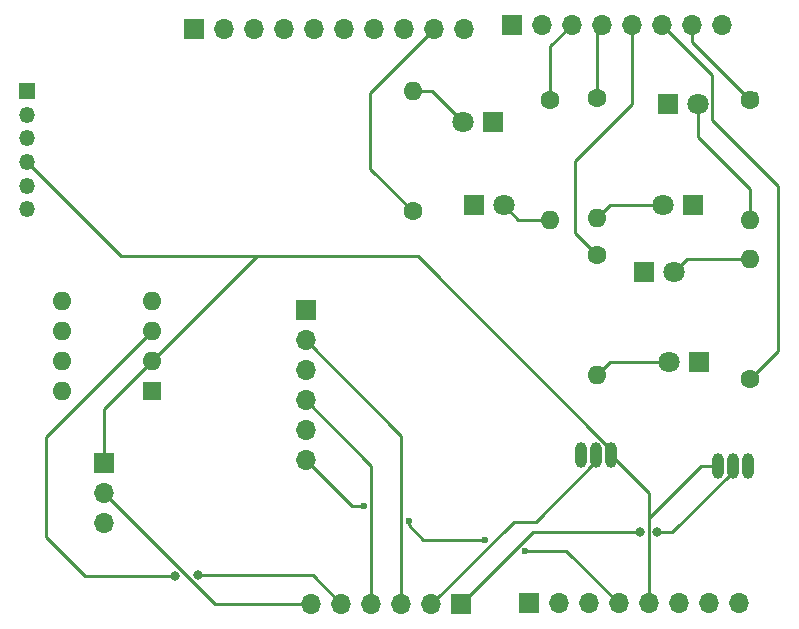
<source format=gbr>
%TF.GenerationSoftware,KiCad,Pcbnew,8.0.8*%
%TF.CreationDate,2025-03-13T16:31:01-06:00*%
%TF.ProjectId,micro_final_phaseD,6d696372-6f5f-4666-996e-616c5f706861,rev?*%
%TF.SameCoordinates,Original*%
%TF.FileFunction,Copper,L1,Top*%
%TF.FilePolarity,Positive*%
%FSLAX46Y46*%
G04 Gerber Fmt 4.6, Leading zero omitted, Abs format (unit mm)*
G04 Created by KiCad (PCBNEW 8.0.8) date 2025-03-13 16:31:01*
%MOMM*%
%LPD*%
G01*
G04 APERTURE LIST*
%TA.AperFunction,ComponentPad*%
%ADD10R,1.350000X1.350000*%
%TD*%
%TA.AperFunction,ComponentPad*%
%ADD11O,1.350000X1.350000*%
%TD*%
%TA.AperFunction,ComponentPad*%
%ADD12R,1.700000X1.700000*%
%TD*%
%TA.AperFunction,ComponentPad*%
%ADD13O,1.700000X1.700000*%
%TD*%
%TA.AperFunction,ComponentPad*%
%ADD14C,1.600000*%
%TD*%
%TA.AperFunction,ComponentPad*%
%ADD15O,1.600000X1.600000*%
%TD*%
%TA.AperFunction,ComponentPad*%
%ADD16O,1.000000X2.200000*%
%TD*%
%TA.AperFunction,ComponentPad*%
%ADD17R,1.800000X1.800000*%
%TD*%
%TA.AperFunction,ComponentPad*%
%ADD18C,1.800000*%
%TD*%
%TA.AperFunction,ComponentPad*%
%ADD19R,1.600000X1.600000*%
%TD*%
%TA.AperFunction,ViaPad*%
%ADD20C,0.600000*%
%TD*%
%TA.AperFunction,ViaPad*%
%ADD21C,0.800000*%
%TD*%
%TA.AperFunction,Conductor*%
%ADD22C,0.250000*%
%TD*%
G04 APERTURE END LIST*
D10*
%TO.P,J1,1,Pin_1*%
%TO.N,unconnected-(J1-Pin_1-Pad1)*%
X103010000Y-54230000D03*
D11*
%TO.P,J1,2,Pin_2*%
%TO.N,/RXI*%
X103010000Y-56230000D03*
%TO.P,J1,3,Pin_3*%
%TO.N,/TXO*%
X103010000Y-58230000D03*
%TO.P,J1,4,Pin_4*%
%TO.N,+5V*%
X103010000Y-60230000D03*
%TO.P,J1,5,Pin_5*%
%TO.N,GND*%
X103010000Y-62230000D03*
%TO.P,J1,6,Pin_6*%
%TO.N,unconnected-(J1-Pin_6-Pad6)*%
X103010000Y-64230000D03*
%TD*%
D12*
%TO.P,J3,1,Pin_1*%
%TO.N,/INTERNAL_TEMP*%
X139790000Y-97640000D03*
D13*
%TO.P,J3,2,Pin_2*%
%TO.N,/EXTERNAL_TEMP*%
X137250000Y-97640000D03*
%TO.P,J3,3,Pin_3*%
%TO.N,/ACCELZ*%
X134710000Y-97640000D03*
%TO.P,J3,4,Pin_4*%
%TO.N,/ACCELX*%
X132170000Y-97640000D03*
%TO.P,J3,5,Pin_5*%
%TO.N,/PRESSURE_OUTPUT*%
X129630000Y-97640000D03*
%TO.P,J3,6,Pin_6*%
%TO.N,/HUMIDITY_OUTPUT*%
X127090000Y-97640000D03*
%TD*%
D12*
%TO.P,J2,1,Pin_1*%
%TO.N,unconnected-(J2-Pin_1-Pad1)*%
X145480000Y-97580000D03*
D13*
%TO.P,J2,2,Pin_2*%
%TO.N,/IOREF*%
X148020000Y-97580000D03*
%TO.P,J2,3,Pin_3*%
%TO.N,/~{RESET}*%
X150560000Y-97580000D03*
%TO.P,J2,4,Pin_4*%
%TO.N,+3V3*%
X153100000Y-97580000D03*
%TO.P,J2,5,Pin_5*%
%TO.N,+5V*%
X155640000Y-97580000D03*
%TO.P,J2,6,Pin_6*%
%TO.N,GND*%
X158180000Y-97580000D03*
%TO.P,J2,7,Pin_7*%
X160720000Y-97580000D03*
%TO.P,J2,8,Pin_8*%
%TO.N,VCC*%
X163260000Y-97580000D03*
%TD*%
D12*
%TO.P,J4,1,Pin_1*%
%TO.N,/SCL{slash}A5*%
X117140000Y-48960000D03*
D13*
%TO.P,J4,2,Pin_2*%
%TO.N,/SDA{slash}A4*%
X119680000Y-48960000D03*
%TO.P,J4,3,Pin_3*%
%TO.N,/AREF*%
X122220000Y-48960000D03*
%TO.P,J4,4,Pin_4*%
%TO.N,GND*%
X124760000Y-48960000D03*
%TO.P,J4,5,Pin_5*%
%TO.N,/13*%
X127300000Y-48960000D03*
%TO.P,J4,6,Pin_6*%
%TO.N,/12*%
X129840000Y-48960000D03*
%TO.P,J4,7,Pin_7*%
%TO.N,/\u002A11*%
X132380000Y-48960000D03*
%TO.P,J4,8,Pin_8*%
%TO.N,/\u002A10*%
X134920000Y-48960000D03*
%TO.P,J4,9,Pin_9*%
%TO.N,/ACCELS_LED*%
X137460000Y-48960000D03*
%TO.P,J4,10,Pin_10*%
%TO.N,/8*%
X140000000Y-48960000D03*
%TD*%
D14*
%TO.P,R6,1*%
%TO.N,/ACCELS_LED*%
X135650000Y-64380000D03*
D15*
%TO.P,R6,2*%
%TO.N,Net-(D6-A)*%
X135650000Y-54220000D03*
%TD*%
D16*
%TO.P,J8,1,Pin_1*%
%TO.N,+5V*%
X152480000Y-85060000D03*
%TO.P,J8,2,Pin_2*%
%TO.N,/EXTERNAL_TEMP*%
X151210000Y-85060000D03*
%TO.P,J8,3,Pin_3*%
%TO.N,GND*%
X149940000Y-85060000D03*
%TD*%
D14*
%TO.P,R4,1*%
%TO.N,/HUMIDITY_LED*%
X151300000Y-68090000D03*
D15*
%TO.P,R4,2*%
%TO.N,Net-(D4-A)*%
X151300000Y-78250000D03*
%TD*%
D17*
%TO.P,D5,1,K*%
%TO.N,GND*%
X140830000Y-63890000D03*
D18*
%TO.P,D5,2,A*%
%TO.N,Net-(D5-A)*%
X143370000Y-63890000D03*
%TD*%
D19*
%TO.P,J6,1,Pin_1*%
%TO.N,unconnected-(J6-Pin_1-Pad1)*%
X113630000Y-79570000D03*
D15*
%TO.P,J6,2,Pin_2*%
%TO.N,+5V*%
X113630000Y-77030000D03*
%TO.P,J6,3,Pin_3*%
%TO.N,/PRESSURE_OUTPUT*%
X113630000Y-74490000D03*
%TO.P,J6,4,Pin_4*%
%TO.N,GND*%
X113630000Y-71950000D03*
%TO.P,J6,5,Pin_5*%
%TO.N,unconnected-(J6-Pin_5-Pad5)*%
X106010000Y-71950000D03*
%TO.P,J6,6,Pin_6*%
%TO.N,unconnected-(J6-Pin_6-Pad6)*%
X106010000Y-74490000D03*
%TO.P,J6,7,Pin_7*%
%TO.N,unconnected-(J6-Pin_7-Pad7)*%
X106010000Y-77030000D03*
%TO.P,J6,8,Pin_8*%
%TO.N,unconnected-(J6-Pin_8-Pad8)*%
X106010000Y-79570000D03*
%TD*%
D14*
%TO.P,R5,1*%
%TO.N,/PRESSURE_LED*%
X147300000Y-54930000D03*
D15*
%TO.P,R5,2*%
%TO.N,Net-(D5-A)*%
X147300000Y-65090000D03*
%TD*%
D17*
%TO.P,D4,1,K*%
%TO.N,GND*%
X159880000Y-77180000D03*
D18*
%TO.P,D4,2,A*%
%TO.N,Net-(D4-A)*%
X157340000Y-77180000D03*
%TD*%
D12*
%TO.P,J5,1,Pin_1*%
%TO.N,/RX1*%
X144070000Y-48590000D03*
D13*
%TO.P,J5,2,Pin_2*%
%TO.N,/2*%
X146610000Y-48590000D03*
%TO.P,J5,3,Pin_3*%
%TO.N,/PRESSURE_LED*%
X149150000Y-48590000D03*
%TO.P,J5,4,Pin_4*%
%TO.N,/INTERNAL_TEMP_LED*%
X151690000Y-48590000D03*
%TO.P,J5,5,Pin_5*%
%TO.N,/HUMIDITY_LED*%
X154230000Y-48590000D03*
%TO.P,J5,6,Pin_6*%
%TO.N,/EXTERNAL_TEMP_LED*%
X156770000Y-48590000D03*
%TO.P,J5,7,Pin_7*%
%TO.N,/ON_LED*%
X159310000Y-48590000D03*
%TO.P,J5,8,Pin_8*%
%TO.N,unconnected-(J5-Pin_8-Pad8)*%
X161850000Y-48590000D03*
%TD*%
D12*
%TO.P,J9,1,Pin_1*%
%TO.N,/SELF_TEST*%
X126650000Y-72790000D03*
D13*
%TO.P,J9,2,Pin_2*%
%TO.N,/ACCELZ*%
X126650000Y-75330000D03*
%TO.P,J9,3,Pin_3*%
%TO.N,/ACCELY*%
X126650000Y-77870000D03*
%TO.P,J9,4,Pin_4*%
%TO.N,/ACCELX*%
X126650000Y-80410000D03*
%TO.P,J9,5,Pin_5*%
%TO.N,GND*%
X126650000Y-82950000D03*
%TO.P,J9,6,Pin_6*%
%TO.N,+3V3*%
X126650000Y-85490000D03*
%TD*%
D14*
%TO.P,R2,1*%
%TO.N,/INTERNAL_TEMP_LED*%
X151300000Y-54810000D03*
D15*
%TO.P,R2,2*%
%TO.N,Net-(D2-A)*%
X151300000Y-64970000D03*
%TD*%
D17*
%TO.P,D6,1,K*%
%TO.N,GND*%
X142500000Y-56850000D03*
D18*
%TO.P,D6,2,A*%
%TO.N,Net-(D6-A)*%
X139960000Y-56850000D03*
%TD*%
D17*
%TO.P,D1,1,K*%
%TO.N,GND*%
X157250000Y-55270000D03*
D18*
%TO.P,D1,2,A*%
%TO.N,Net-(D1-A)*%
X159790000Y-55270000D03*
%TD*%
D16*
%TO.P,J7,1,Pin_1*%
%TO.N,+5V*%
X161500000Y-85920000D03*
%TO.P,J7,2,Pin_2*%
%TO.N,/INTERNAL_TEMP*%
X162770000Y-85920000D03*
%TO.P,J7,3,Pin_3*%
%TO.N,GND*%
X164040000Y-85920000D03*
%TD*%
D17*
%TO.P,D3,1,K*%
%TO.N,GND*%
X155230000Y-69570000D03*
D18*
%TO.P,D3,2,A*%
%TO.N,Net-(D3-A)*%
X157770000Y-69570000D03*
%TD*%
D14*
%TO.P,R3,1*%
%TO.N,/EXTERNAL_TEMP_LED*%
X164260000Y-78570000D03*
D15*
%TO.P,R3,2*%
%TO.N,Net-(D3-A)*%
X164260000Y-68410000D03*
%TD*%
D17*
%TO.P,D2,1,K*%
%TO.N,GND*%
X159400000Y-63870000D03*
D18*
%TO.P,D2,2,A*%
%TO.N,Net-(D2-A)*%
X156860000Y-63870000D03*
%TD*%
D12*
%TO.P,J10,1,Pin_1*%
%TO.N,+5V*%
X109510000Y-85680000D03*
D13*
%TO.P,J10,2,Pin_2*%
%TO.N,/HUMIDITY_OUTPUT*%
X109510000Y-88220000D03*
%TO.P,J10,3,Pin_3*%
%TO.N,GND*%
X109510000Y-90760000D03*
%TD*%
D14*
%TO.P,R1,1*%
%TO.N,/ON_LED*%
X164200000Y-54970000D03*
D15*
%TO.P,R1,2*%
%TO.N,Net-(D1-A)*%
X164200000Y-65130000D03*
%TD*%
D20*
%TO.N,+3V3*%
X145171942Y-93141942D03*
X135335000Y-90620000D03*
X131545000Y-89360000D03*
X141808058Y-92198058D03*
D21*
%TO.N,/PRESSURE_OUTPUT*%
X117512653Y-95197347D03*
X115527347Y-95262653D03*
%TO.N,/INTERNAL_TEMP*%
X154915000Y-91580000D03*
X156365000Y-91580000D03*
%TD*%
D22*
%TO.N,+5V*%
X161500000Y-85920000D02*
X160100000Y-85920000D01*
X122500000Y-68160000D02*
X110940000Y-68160000D01*
X122500000Y-68160000D02*
X113630000Y-77030000D01*
X113630000Y-77030000D02*
X109510000Y-81150000D01*
X155640000Y-90380000D02*
X155640000Y-88220000D01*
X155640000Y-97580000D02*
X155640000Y-90380000D01*
X136076726Y-68160000D02*
X122500000Y-68160000D01*
X109510000Y-81150000D02*
X109510000Y-85680000D01*
X152480000Y-84563274D02*
X136076726Y-68160000D01*
X155640000Y-88220000D02*
X152480000Y-85060000D01*
X160100000Y-85920000D02*
X155640000Y-90380000D01*
X110940000Y-68160000D02*
X103010000Y-60230000D01*
X152480000Y-85060000D02*
X152480000Y-84050000D01*
X152480000Y-85060000D02*
X152480000Y-84563274D01*
%TO.N,+3V3*%
X148661942Y-93141942D02*
X145171942Y-93141942D01*
X135335000Y-90970000D02*
X135335000Y-90620000D01*
X136563058Y-92198058D02*
X135335000Y-90970000D01*
X130520000Y-89360000D02*
X126650000Y-85490000D01*
X131545000Y-89360000D02*
X130520000Y-89360000D01*
X153100000Y-97580000D02*
X148661942Y-93141942D01*
X141808058Y-92198058D02*
X136563058Y-92198058D01*
%TO.N,VCC*%
X163250000Y-97590000D02*
X163230000Y-97590000D01*
%TO.N,Net-(D1-A)*%
X159790000Y-58080000D02*
X159790000Y-55270000D01*
X164200000Y-62490000D02*
X159790000Y-58080000D01*
X164200000Y-65130000D02*
X164200000Y-62490000D01*
%TO.N,Net-(D2-A)*%
X152400000Y-63870000D02*
X151300000Y-64970000D01*
X156860000Y-63870000D02*
X152400000Y-63870000D01*
%TO.N,Net-(D3-A)*%
X158930000Y-68410000D02*
X157770000Y-69570000D01*
X164260000Y-68410000D02*
X158930000Y-68410000D01*
%TO.N,Net-(D4-A)*%
X152370000Y-77180000D02*
X151300000Y-78250000D01*
X157340000Y-77180000D02*
X152370000Y-77180000D01*
%TO.N,Net-(D5-A)*%
X147300000Y-65090000D02*
X144570000Y-65090000D01*
X144570000Y-65090000D02*
X143370000Y-63890000D01*
%TO.N,Net-(D6-A)*%
X139960000Y-56850000D02*
X137330000Y-54220000D01*
X137330000Y-54220000D02*
X135650000Y-54220000D01*
%TO.N,/HUMIDITY_OUTPUT*%
X118930000Y-97640000D02*
X109510000Y-88220000D01*
X127090000Y-97640000D02*
X118930000Y-97640000D01*
%TO.N,/ACCELZ*%
X134710000Y-83390000D02*
X126650000Y-75330000D01*
X134710000Y-97640000D02*
X134710000Y-83390000D01*
%TO.N,/PRESSURE_OUTPUT*%
X129630000Y-97640000D02*
X127187347Y-95197347D01*
X107952653Y-95262653D02*
X104640000Y-91950000D01*
X127187347Y-95197347D02*
X117512653Y-95197347D01*
X104640000Y-83480000D02*
X113630000Y-74490000D01*
X115527347Y-95262653D02*
X107952653Y-95262653D01*
X104640000Y-91950000D02*
X104640000Y-83480000D01*
%TO.N,/EXTERNAL_TEMP*%
X146127437Y-90660000D02*
X144230000Y-90660000D01*
X144230000Y-90660000D02*
X137250000Y-97640000D01*
X151210000Y-85577437D02*
X146127437Y-90660000D01*
X151210000Y-85060000D02*
X151210000Y-85577437D01*
%TO.N,/ACCELX*%
X132170000Y-97640000D02*
X132170000Y-85930000D01*
X132170000Y-85930000D02*
X126650000Y-80410000D01*
%TO.N,/INTERNAL_TEMP*%
X162770000Y-86470000D02*
X157660000Y-91580000D01*
X157660000Y-91580000D02*
X156365000Y-91580000D01*
X162770000Y-85920000D02*
X162770000Y-86470000D01*
X145850000Y-91580000D02*
X139790000Y-97640000D01*
X154915000Y-91580000D02*
X145850000Y-91580000D01*
%TO.N,/ACCELS_LED*%
X132080000Y-54340000D02*
X137460000Y-48960000D01*
X132080000Y-60810000D02*
X132080000Y-54340000D01*
X135650000Y-64380000D02*
X132080000Y-60810000D01*
%TO.N,/HUMIDITY_LED*%
X151300000Y-68090000D02*
X149420000Y-66210000D01*
X154230000Y-48590000D02*
X154230000Y-55350000D01*
X149420000Y-66210000D02*
X149420000Y-60160000D01*
X154230000Y-55350000D02*
X149420000Y-60160000D01*
%TO.N,/INTERNAL_TEMP_LED*%
X151300000Y-54810000D02*
X151300000Y-48980000D01*
X151300000Y-48980000D02*
X151690000Y-48590000D01*
%TO.N,/ON_LED*%
X159310000Y-48590000D02*
X159310000Y-50080000D01*
X159310000Y-50080000D02*
X164200000Y-54970000D01*
X164760000Y-54410000D02*
X164200000Y-54970000D01*
%TO.N,/PRESSURE_LED*%
X147300000Y-54930000D02*
X147300000Y-50440000D01*
X147300000Y-50440000D02*
X149150000Y-48590000D01*
%TO.N,/EXTERNAL_TEMP_LED*%
X161015000Y-56655000D02*
X166620000Y-62260000D01*
X156770000Y-48590000D02*
X161015000Y-52835000D01*
X164260000Y-78570000D02*
X166620000Y-76210000D01*
X166620000Y-76210000D02*
X166620000Y-62260000D01*
X161015000Y-52835000D02*
X161015000Y-56655000D01*
%TD*%
M02*

</source>
